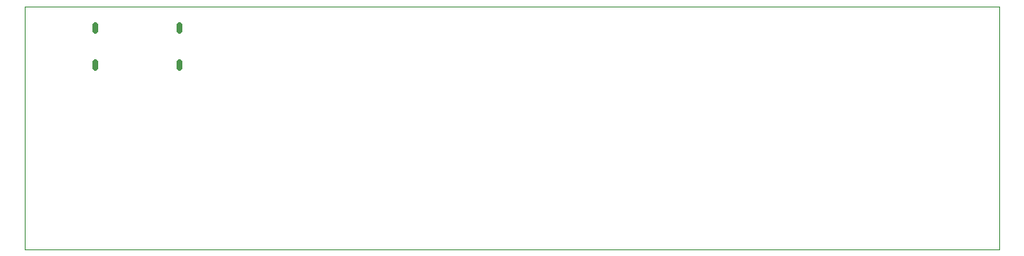
<source format=gbr>
%TF.GenerationSoftware,KiCad,Pcbnew,7.0.10-1.fc38*%
%TF.CreationDate,2024-02-26T14:13:32+00:00*%
%TF.ProjectId,desk-light,6465736b-2d6c-4696-9768-742e6b696361,rev?*%
%TF.SameCoordinates,Original*%
%TF.FileFunction,Profile,NP*%
%FSLAX46Y46*%
G04 Gerber Fmt 4.6, Leading zero omitted, Abs format (unit mm)*
G04 Created by KiCad (PCBNEW 7.0.10-1.fc38) date 2024-02-26 14:13:32*
%MOMM*%
%LPD*%
G01*
G04 APERTURE LIST*
%TA.AperFunction,Profile*%
%ADD10C,0.100000*%
%TD*%
%TA.AperFunction,Profile*%
%ADD11C,0.609600*%
%TD*%
G04 APERTURE END LIST*
D10*
X100000000Y-100000000D02*
X200000000Y-100000000D01*
X200000000Y-125000000D01*
X100000000Y-125000000D01*
X100000000Y-100000000D01*
D11*
%TO.C,J1*%
X115840000Y-101917900D02*
X115840000Y-102502100D01*
X115840000Y-105717900D02*
X115840000Y-106302100D01*
X107199996Y-105717900D02*
X107199996Y-106302100D01*
X107199996Y-101917900D02*
X107199996Y-102502100D01*
%TD*%
M02*

</source>
